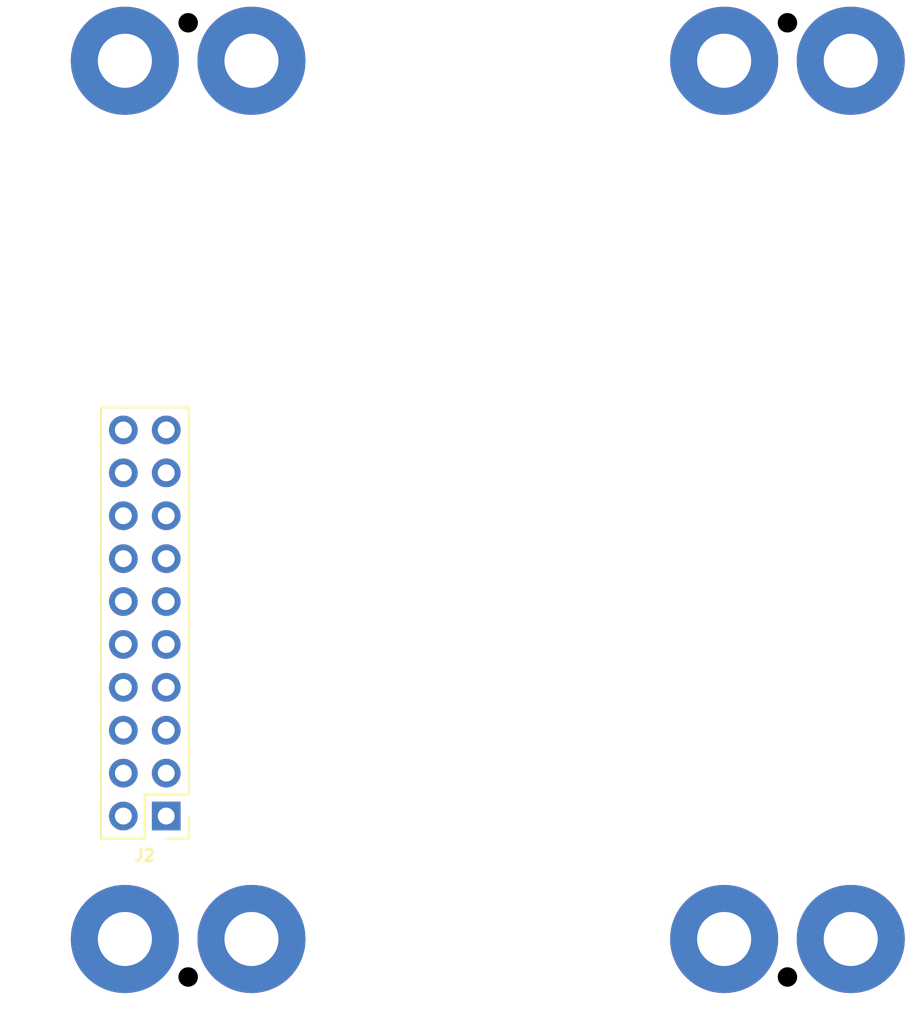
<source format=kicad_pcb>
(kicad_pcb (version 20221018) (generator pcbnew)
  (layers (0 "F.Cu" signal) (31 "B.Cu" signal) (34 "B.Paste" user) (35 "F.Paste" user) (36 "B.SilkS" user "B.Silkscreen") (37 "F.SilkS" user "F.Silkscreen") (38 "B.Mask" user) (39 "F.Mask" user) (44 "Edge.Cuts" user))
  (net 0 "")
  (net 1 "GND")
  (net 2 "/VBAT")
  (net 3 "/VDD")
  (net 4 "/VDDS")
  (net 5 "/DVDD")
  (net 6 "/PB12")
  (net 7 "/PB11")
  (net 8 "/PA5")
  (net 9 "/PA2")
  (net 10 "/PA1")
  (net 11 "/PA0")
  (net 12 "/RX_EN")
  (net 13 "/TX_EN")
  (footprint "Connector_PinHeader_2.54mm:PinHeader_2x10_P2.54mm_Vertical" (layer "F.Cu") (at 105.95 105.72 180)
    (fp_text reference "J2" (at 1.27 -2.33 unlocked) (layer "F.SilkS") (effects (font (size 0.7 0.7))))
    (fp_text value "Conn_02x10_Odd_Even")
    (fp_line (start -1.33 -1.33) (end 0 -1.33) (stroke (width 0.12)) (layer "F.SilkS"))
    (fp_line (start -1.33 0) (end -1.33 -1.33) (stroke (width 0.12)) (layer "F.SilkS"))
    (fp_line (start -1.33 1.27) (end -1.33 24.19) (stroke (width 0.12)) (layer "F.SilkS"))
    (fp_line (start -1.33 1.27) (end 1.27 1.27) (stroke (width 0.12)) (layer "F.SilkS"))
    (fp_line (start -1.33 24.19) (end 3.87 24.19) (stroke (width 0.12)) (layer "F.SilkS"))
    (fp_line (start 1.27 -1.33) (end 3.87 -1.33) (stroke (width 0.12)) (layer "F.SilkS"))
    (fp_line (start 1.27 1.27) (end 1.27 -1.33) (stroke (width 0.12)) (layer "F.SilkS"))
    (fp_line (start 3.87 -1.33) (end 3.87 24.19) (stroke (width 0.12)) (layer "F.SilkS"))
    (pad "1" thru_hole rect (at 0 0 180) (size 1.7 1.7) (drill 1) (layers "*.Cu" "*.Mask") (net 2 "/VBAT"))
    (pad "2" thru_hole oval (at 2.54 0 180) (size 1.7 1.7) (drill 1) (layers "*.Cu" "*.Mask") (net 2 "/VBAT"))
    (pad "3" thru_hole oval (at 0 2.54 180) (size 1.7 1.7) (drill 1) (layers "*.Cu" "*.Mask") (net 3 "/VDD"))
    (pad "4" thru_hole oval (at 2.54 2.54 180) (size 1.7 1.7) (drill 1) (layers "*.Cu" "*.Mask") (net 1 "GND"))
    (pad "5" thru_hole oval (at 0 5.08 180) (size 1.7 1.7) (drill 1) (layers "*.Cu" "*.Mask") (net 4 "/VDDS"))
    (pad "6" thru_hole oval (at 2.54 5.08 180) (size 1.7 1.7) (drill 1) (layers "*.Cu" "*.Mask") (net 1 "GND"))
    (pad "7" thru_hole oval (at 0 7.62 180) (size 1.7 1.7) (drill 1) (layers "*.Cu" "*.Mask") (net 5 "/DVDD"))
    (pad "8" thru_hole oval (at 2.54 7.62 180) (size 1.7 1.7) (drill 1) (layers "*.Cu" "*.Mask") (net 6 "/PB12"))
    (pad "9" thru_hole oval (at 0 10.16 180) (size 1.7 1.7) (drill 1) (layers "*.Cu" "*.Mask") (net 1 "GND"))
    (pad "10" thru_hole oval (at 2.54 10.16 180) (size 1.7 1.7) (drill 1) (layers "*.Cu" "*.Mask") (net 7 "/PB11"))
    (pad "11" thru_hole oval (at 0 12.7 180) (size 1.7 1.7) (drill 1) (layers "*.Cu" "*.Mask") (net 8 "/PA5"))
    (pad "12" thru_hole oval (at 2.54 12.7 180) (size 1.7 1.7) (drill 1) (layers "*.Cu" "*.Mask") (net 1 "GND"))
    (pad "13" thru_hole oval (at 0 15.24 180) (size 1.7 1.7) (drill 1) (layers "*.Cu" "*.Mask") (net 9 "/PA2"))
    (pad "14" thru_hole oval (at 2.54 15.24 180) (size 1.7 1.7) (drill 1) (layers "*.Cu" "*.Mask") (net 10 "/PA1"))
    (pad "15" thru_hole oval (at 0 17.78 180) (size 1.7 1.7) (drill 1) (layers "*.Cu" "*.Mask") (net 1 "GND"))
    (pad "16" thru_hole oval (at 2.54 17.78 180) (size 1.7 1.7) (drill 1) (layers "*.Cu" "*.Mask") (net 11 "/PA0"))
    (pad "17" thru_hole oval (at 0 20.32 180) (size 1.7 1.7) (drill 1) (layers "*.Cu" "*.Mask") (net 12 "/RX_EN"))
    (pad "18" thru_hole oval (at 2.54 20.32 180) (size 1.7 1.7) (drill 1) (layers "*.Cu" "*.Mask") (net 1 "GND"))
    (pad "19" thru_hole oval (at 0 22.86 180) (size 1.7 1.7) (drill 1) (layers "*.Cu" "*.Mask") (net 13 "/TX_EN"))
    (pad "20" thru_hole oval (at 2.54 22.86 180) (size 1.7 1.7) (drill 1) (layers "*.Cu" "*.Mask") (net 1 "GND"))
  )
  (footprint "kapula:ToolingHole" (layer "F.Cu") (at 107.25 58.75)
    (fp_text reference "H10" hide)
    (fp_text value "~")
    (pad "" np_thru_hole circle (at 0 0) (size 1.752 1.752) (drill 1.152) (layers "*.Mask") (clearance 0.3))
  )
  (footprint "MountingHole:MountingHole_3.2mm_M3_Pad" (layer "F.Cu") (at 103.5 61)
    (fp_text reference "H2" hide)
    (fp_text value "M3")
    (pad "1" thru_hole circle (at 0 0) (size 6.4 6.4) (drill 3.2) (layers "*.Cu" "*.Mask") (net 1 "GND"))
  )
  (footprint "MountingHole:MountingHole_3.2mm_M3_Pad" (layer "F.Cu") (at 146.5 61)
    (fp_text reference "H3" hide)
    (fp_text value "M3")
    (pad "1" thru_hole circle (at 0 0) (size 6.4 6.4) (drill 3.2) (layers "*.Cu" "*.Mask") (net 1 "GND"))
  )
  (footprint "MountingHole:MountingHole_3.2mm_M3_Pad" (layer "F.Cu") (at 139 113)
    (fp_text reference "H9" hide)
    (fp_text value "M3")
    (pad "1" thru_hole circle (at 0 0) (size 6.4 6.4) (drill 3.2) (layers "*.Cu" "*.Mask") (net 1 "GND"))
  )
  (footprint "kapula:ToolingHole" (layer "F.Cu") (at 142.75 58.75)
    (fp_text reference "H11" hide)
    (fp_text value "~")
    (pad "" np_thru_hole circle (at 0 0) (size 1.752 1.752) (drill 1.152) (layers "*.Mask") (clearance 0.3))
  )
  (footprint "MountingHole:MountingHole_3.2mm_M3_Pad" (layer "F.Cu") (at 103.5 113)
    (fp_text reference "H4" hide)
    (fp_text value "M3")
    (pad "1" thru_hole circle (at 0 0) (size 6.4 6.4) (drill 3.2) (layers "*.Cu" "*.Mask") (net 1 "GND"))
  )
  (footprint "MountingHole:MountingHole_3.2mm_M3_Pad" (layer "F.Cu") (at 139 61)
    (fp_text reference "H6" hide)
    (fp_text value "M3")
    (pad "1" thru_hole circle (at 0 0) (size 6.4 6.4) (drill 3.2) (layers "*.Cu" "*.Mask") (net 1 "GND"))
  )
  (footprint "kapula:ToolingHole" (layer "F.Cu") (at 142.75 115.25)
    (fp_text reference "H13" hide)
    (fp_text value "~")
    (pad "" np_thru_hole circle (at 0 0) (size 1.752 1.752) (drill 1.152) (layers "*.Mask") (clearance 0.3))
  )
  (footprint "kapula:ToolingHole" (layer "F.Cu") (at 107.25 115.25)
    (fp_text reference "H12" hide)
    (fp_text value "~")
    (pad "" np_thru_hole circle (at 0 0) (size 1.752 1.752) (drill 1.152) (layers "*.Mask") (clearance 0.3))
  )
  (footprint "MountingHole:MountingHole_3.2mm_M3_Pad" (layer "F.Cu") (at 146.5 113)
    (fp_text reference "H5" hide)
    (fp_text value "M3")
    (pad "1" thru_hole circle (at 0 0) (size 6.4 6.4) (drill 3.2) (layers "*.Cu" "*.Mask") (net 1 "GND"))
  )
  (footprint "MountingHole:MountingHole_3.2mm_M3_Pad" (layer "F.Cu") (at 111 61)
    (fp_text reference "H8" hide)
    (fp_text value "M3")
    (pad "1" thru_hole circle (at 0 0) (size 6.4 6.4) (drill 3.2) (layers "*.Cu" "*.Mask") (net 1 "GND"))
  )
  (footprint "MountingHole:MountingHole_3.2mm_M3_Pad" (layer "F.Cu") (at 111 113)
    (fp_text reference "H7" hide)
    (fp_text value "M3")
    (pad "1" thru_hole circle (at 0 0) (size 6.4 6.4) (drill 3.2) (layers "*.Cu" "*.Mask") (net 1 "GND"))
  )
)
</source>
